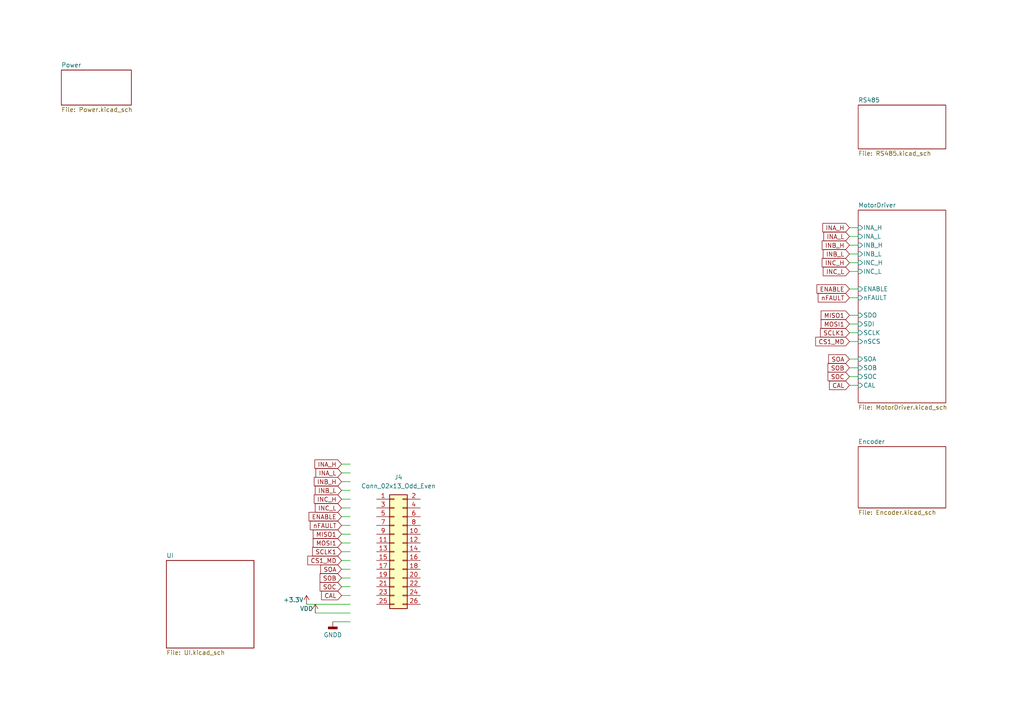
<source format=kicad_sch>
(kicad_sch (version 20230121) (generator eeschema)
  (paper "A4")
  (lib_symbols
    (symbol "Connector_Generic:Conn_02x13_Odd_Even" (pin_names (offset 1.016) hide)
      (property "Reference" "J" (at 1.27 17.78 0))
      (property "Value" "Conn_02x13_Odd_Even" (at 1.27 -17.78 0))
      (symbol "Conn_02x13_Odd_Even_1_1"
        (rectangle (start -1.27 -15.113) (end 0 -15.367) (stroke (width 0.1524)))
        (rectangle (start -1.27 -12.573) (end 0 -12.827) (stroke (width 0.1524)))
        (rectangle (start -1.27 -10.033) (end 0 -10.287) (stroke (width 0.1524)))
        (rectangle (start -1.27 -7.493) (end 0 -7.747) (stroke (width 0.1524)))
        (rectangle (start -1.27 -4.953) (end 0 -5.207) (stroke (width 0.1524)))
        (rectangle (start -1.27 -2.413) (end 0 -2.667) (stroke (width 0.1524)))
        (rectangle (start -1.27 0.127) (end 0 -0.127) (stroke (width 0.1524)))
        (rectangle (start -1.27 2.667) (end 0 2.413) (stroke (width 0.1524)))
        (rectangle (start -1.27 5.207) (end 0 4.953) (stroke (width 0.1524)))
        (rectangle (start -1.27 7.747) (end 0 7.493) (stroke (width 0.1524)))
        (rectangle (start -1.27 10.287) (end 0 10.033) (stroke (width 0.1524)))
        (rectangle (start -1.27 12.827) (end 0 12.573) (stroke (width 0.1524)))
        (rectangle (start -1.27 15.367) (end 0 15.113) (stroke (width 0.1524)))
        (rectangle (start -1.27 16.51) (end 3.81 -16.51) (stroke (width 0.254)) (fill (type background)))
        (rectangle (start 3.81 -15.113) (end 2.54 -15.367) (stroke (width 0.1524)))
        (rectangle (start 3.81 -12.573) (end 2.54 -12.827) (stroke (width 0.1524)))
        (rectangle (start 3.81 -10.033) (end 2.54 -10.287) (stroke (width 0.1524)))
        (rectangle (start 3.81 -7.493) (end 2.54 -7.747) (stroke (width 0.1524)))
        (rectangle (start 3.81 -4.953) (end 2.54 -5.207) (stroke (width 0.1524)))
        (rectangle (start 3.81 -2.413) (end 2.54 -2.667) (stroke (width 0.1524)))
        (rectangle (start 3.81 0.127) (end 2.54 -0.127) (stroke (width 0.1524)))
        (rectangle (start 3.81 2.667) (end 2.54 2.413) (stroke (width 0.1524)))
        (rectangle (start 3.81 5.207) (end 2.54 4.953) (stroke (width 0.1524)))
        (rectangle (start 3.81 7.747) (end 2.54 7.493) (stroke (width 0.1524)))
        (rectangle (start 3.81 10.287) (end 2.54 10.033) (stroke (width 0.1524)))
        (rectangle (start 3.81 12.827) (end 2.54 12.573) (stroke (width 0.1524)))
        (rectangle (start 3.81 15.367) (end 2.54 15.113) (stroke (width 0.1524)))
        (pin passive line (at -5.08 15.24 0) (length 3.81) (name "Pin_1") (number "1"))
        (pin passive line (at 7.62 5.08 180) (length 3.81) (name "Pin_10") (number "10"))
        (pin passive line (at -5.08 2.54 0) (length 3.81) (name "Pin_11") (number "11"))
        (pin passive line (at 7.62 2.54 180) (length 3.81) (name "Pin_12") (number "12"))
        (pin passive line (at -5.08 0 0) (length 3.81) (name "Pin_13") (number "13"))
        (pin passive line (at 7.62 0 180) (length 3.81) (name "Pin_14") (number "14"))
        (pin passive line (at -5.08 -2.54 0) (length 3.81) (name "Pin_15") (number "15"))
        (pin passive line (at 7.62 -2.54 180) (length 3.81) (name "Pin_16") (number "16"))
        (pin passive line (at -5.08 -5.08 0) (length 3.81) (name "Pin_17") (number "17"))
        (pin passive line (at 7.62 -5.08 180) (length 3.81) (name "Pin_18") (number "18"))
        (pin passive line (at -5.08 -7.62 0) (length 3.81) (name "Pin_19") (number "19"))
        (pin passive line (at 7.62 15.24 180) (length 3.81) (name "Pin_2") (number "2"))
        (pin passive line (at 7.62 -7.62 180) (length 3.81) (name "Pin_20") (number "20"))
        (pin passive line (at -5.08 -10.16 0) (length 3.81) (name "Pin_21") (number "21"))
        (pin passive line (at 7.62 -10.16 180) (length 3.81) (name "Pin_22") (number "22"))
        (pin passive line (at -5.08 -12.7 0) (length 3.81) (name "Pin_23") (number "23"))
        (pin passive line (at 7.62 -12.7 180) (length 3.81) (name "Pin_24") (number "24"))
        (pin passive line (at -5.08 -15.24 0) (length 3.81) (name "Pin_25") (number "25"))
        (pin passive line (at 7.62 -15.24 180) (length 3.81) (name "Pin_26") (number "26"))
        (pin passive line (at -5.08 12.7 0) (length 3.81) (name "Pin_3") (number "3"))
        (pin passive line (at 7.62 12.7 180) (length 3.81) (name "Pin_4") (number "4"))
        (pin passive line (at -5.08 10.16 0) (length 3.81) (name "Pin_5") (number "5"))
        (pin passive line (at 7.62 10.16 180) (length 3.81) (name "Pin_6") (number "6"))
        (pin passive line (at -5.08 7.62 0) (length 3.81) (name "Pin_7") (number "7"))
        (pin passive line (at 7.62 7.62 180) (length 3.81) (name "Pin_8") (number "8"))
        (pin passive line (at -5.08 5.08 0) (length 3.81) (name "Pin_9") (number "9"))
      )
    )
    (symbol "power:+3.3V" (power) (pin_names (offset 0))
      (property "Value" "+3.3V" (at 0 3.556 0))
      (symbol "+3.3V_0_1"
        (polyline (pts (xy -0.762 1.27) (xy 0 2.54)))
        (polyline (pts (xy 0 0) (xy 0 2.54)))
        (polyline (pts (xy 0 2.54) (xy 0.762 1.27)))
      )
      (symbol "+3.3V_1_1"
        (pin power_in line (at 0 0 90) (length 0) hide (name "+3.3V") (number "1"))
      )
    )
    (symbol "power:GNDD" (power) (pin_names (offset 0))
      (property "Value" "GNDD" (at 0 -3.175 0))
      (symbol "GNDD_0_1"
        (rectangle (start -1.27 -1.524) (end 1.27 -2.032) (stroke (width 0.254)) (fill (type outline)))
        (polyline (pts (xy 0 0) (xy 0 -1.524)))
      )
      (symbol "GNDD_1_1"
        (pin power_in line (at 0 0 270) (length 0) hide (name "GNDD") (number "1"))
      )
    )
    (symbol "power:VDD" (power) (pin_names (offset 0))
      (property "Value" "VDD" (at 0 3.81 0))
      (symbol "VDD_0_1"
        (polyline (pts (xy -0.762 1.27) (xy 0 2.54)))
        (polyline (pts (xy 0 0) (xy 0 2.54)))
        (polyline (pts (xy 0 2.54) (xy 0.762 1.27)))
      )
      (symbol "VDD_1_1"
        (pin power_in line (at 0 0 90) (length 0) hide (name "VDD") (number "1"))
      )
    )
  )
  (wire (pts (xy 99.06 134.62) (xy 101.6 134.62)))
  (wire (pts (xy 246.38 66.04) (xy 248.92 66.04)))
  (wire (pts (xy 246.38 76.2) (xy 248.92 76.2)))
  (wire (pts (xy 96.52 180.34) (xy 101.6 180.34)))
  (wire (pts (xy 99.06 165.1) (xy 101.6 165.1)))
  (wire (pts (xy 246.38 91.44) (xy 248.92 91.44)))
  (wire (pts (xy 99.06 137.16) (xy 101.6 137.16)))
  (wire (pts (xy 246.38 99.06) (xy 248.92 99.06)))
  (wire (pts (xy 99.06 162.56) (xy 101.6 162.56)))
  (wire (pts (xy 99.06 160.02) (xy 101.6 160.02)))
  (wire (pts (xy 246.38 111.76) (xy 248.92 111.76)))
  (wire (pts (xy 99.06 167.64) (xy 101.6 167.64)))
  (wire (pts (xy 246.38 73.66) (xy 248.92 73.66)))
  (wire (pts (xy 246.38 106.68) (xy 248.92 106.68)))
  (wire (pts (xy 246.38 78.74) (xy 248.92 78.74)))
  (wire (pts (xy 246.38 83.82) (xy 248.92 83.82)))
  (wire (pts (xy 99.06 142.24) (xy 101.6 142.24)))
  (wire (pts (xy 99.06 152.4) (xy 101.6 152.4)))
  (wire (pts (xy 91.44 177.8) (xy 101.6 177.8)))
  (wire (pts (xy 246.38 68.58) (xy 248.92 68.58)))
  (wire (pts (xy 99.06 144.78) (xy 101.6 144.78)))
  (wire (pts (xy 99.06 172.72) (xy 101.6 172.72)))
  (wire (pts (xy 99.06 139.7) (xy 101.6 139.7)))
  (wire (pts (xy 99.06 147.32) (xy 101.6 147.32)))
  (wire (pts (xy 99.06 154.94) (xy 101.6 154.94)))
  (wire (pts (xy 99.06 170.18) (xy 101.6 170.18)))
  (wire (pts (xy 246.38 96.52) (xy 248.92 96.52)))
  (wire (pts (xy 246.38 109.22) (xy 248.92 109.22)))
  (wire (pts (xy 88.9 175.26) (xy 101.6 175.26)))
  (wire (pts (xy 246.38 104.14) (xy 248.92 104.14)))
  (wire (pts (xy 246.38 93.98) (xy 248.92 93.98)))
  (wire (pts (xy 99.06 157.48) (xy 101.6 157.48)))
  (wire (pts (xy 246.38 71.12) (xy 248.92 71.12)))
  (wire (pts (xy 246.38 86.36) (xy 248.92 86.36)))
  (wire (pts (xy 99.06 149.86) (xy 101.6 149.86)))
  (global_label "SOC" (shape input) (at 99.06 170.18 180) (property "Intersheetrefs" "${INTERSHEET_REFS}" (effects hide)))
  (global_label "nFAULT" (shape input) (at 246.38 86.36 180) (property "Intersheetrefs" "${INTERSHEET_REFS}" (effects hide)))
  (global_label "INA_L" (shape input) (at 246.38 68.58 180) (property "Intersheetrefs" "${INTERSHEET_REFS}" (effects hide)))
  (global_label "INB_H" (shape input) (at 246.38 71.12 180) (property "Intersheetrefs" "${INTERSHEET_REFS}" (effects hide)))
  (global_label "SCLK1" (shape input) (at 99.06 160.02 180) (property "Intersheetrefs" "${INTERSHEET_REFS}" (effects hide)))
  (global_label "SOB" (shape input) (at 246.38 106.68 180) (property "Intersheetrefs" "${INTERSHEET_REFS}" (effects hide)))
  (global_label "CS1_MD" (shape input) (at 246.38 99.06 180) (property "Intersheetrefs" "${INTERSHEET_REFS}" (effects hide)))
  (global_label "SOA" (shape input) (at 99.06 165.1 180) (property "Intersheetrefs" "${INTERSHEET_REFS}" (effects hide)))
  (global_label "MOSI1" (shape input) (at 246.38 93.98 180) (property "Intersheetrefs" "${INTERSHEET_REFS}" (effects hide)))
  (global_label "MOSI1" (shape input) (at 99.06 157.48 180) (property "Intersheetrefs" "${INTERSHEET_REFS}" (effects hide)))
  (global_label "CS1_MD" (shape input) (at 99.06 162.56 180) (property "Intersheetrefs" "${INTERSHEET_REFS}" (effects hide)))
  (global_label "SCLK1" (shape input) (at 246.38 96.52 180) (property "Intersheetrefs" "${INTERSHEET_REFS}" (effects hide)))
  (global_label "INC_L" (shape input) (at 246.38 78.74 180) (property "Intersheetrefs" "${INTERSHEET_REFS}" (effects hide)))
  (global_label "INA_H" (shape input) (at 99.06 134.62 180) (property "Intersheetrefs" "${INTERSHEET_REFS}" (effects hide)))
  (global_label "MISO1" (shape input) (at 246.38 91.44 180) (property "Intersheetrefs" "${INTERSHEET_REFS}" (effects hide)))
  (global_label "INA_H" (shape input) (at 246.38 66.04 180) (property "Intersheetrefs" "${INTERSHEET_REFS}" (effects hide)))
  (global_label "nFAULT" (shape input) (at 99.06 152.4 180) (property "Intersheetrefs" "${INTERSHEET_REFS}" (effects hide)))
  (global_label "INB_L" (shape input) (at 246.38 73.66 180) (property "Intersheetrefs" "${INTERSHEET_REFS}" (effects hide)))
  (global_label "INB_L" (shape input) (at 99.06 142.24 180) (property "Intersheetrefs" "${INTERSHEET_REFS}" (effects hide)))
  (global_label "INC_L" (shape input) (at 99.06 147.32 180) (property "Intersheetrefs" "${INTERSHEET_REFS}" (effects hide)))
  (global_label "CAL" (shape input) (at 99.06 172.72 180) (property "Intersheetrefs" "${INTERSHEET_REFS}" (effects hide)))
  (global_label "INA_L" (shape input) (at 99.06 137.16 180) (property "Intersheetrefs" "${INTERSHEET_REFS}" (effects hide)))
  (global_label "CAL" (shape input) (at 246.38 111.76 180) (property "Intersheetrefs" "${INTERSHEET_REFS}" (effects hide)))
  (global_label "INC_H" (shape input) (at 99.06 144.78 180) (property "Intersheetrefs" "${INTERSHEET_REFS}" (effects hide)))
  (global_label "ENABLE" (shape input) (at 99.06 149.86 180) (property "Intersheetrefs" "${INTERSHEET_REFS}" (effects hide)))
  (global_label "SOB" (shape input) (at 99.06 167.64 180) (property "Intersheetrefs" "${INTERSHEET_REFS}" (effects hide)))
  (global_label "INB_H" (shape input) (at 99.06 139.7 180) (property "Intersheetrefs" "${INTERSHEET_REFS}" (effects hide)))
  (global_label "INC_H" (shape input) (at 246.38 76.2 180) (property "Intersheetrefs" "${INTERSHEET_REFS}" (effects hide)))
  (global_label "SOA" (shape input) (at 246.38 104.14 180) (property "Intersheetrefs" "${INTERSHEET_REFS}" (effects hide)))
  (global_label "ENABLE" (shape input) (at 246.38 83.82 180) (property "Intersheetrefs" "${INTERSHEET_REFS}" (effects hide)))
  (global_label "MISO1" (shape input) (at 99.06 154.94 180) (property "Intersheetrefs" "${INTERSHEET_REFS}" (effects hide)))
  (global_label "SOC" (shape input) (at 246.38 109.22 180) (property "Intersheetrefs" "${INTERSHEET_REFS}" (effects hide)))
  (symbol (lib_id "Connector_Generic:Conn_02x13_Odd_Even") (at 114.3 160.02 0) (unit 1)
    (property "Reference" "J4" (at 115.57 138.43 0))
    (property "Value" "Conn_02x13_Odd_Even" (at 115.57 140.97 0))
    (property "Footprint" "Connector_PinSocket_1.27mm:PinSocket_2x13_P1.27mm_Vertical" (effects hide))
  )
  (symbol (lib_id "power:+3.3V") (at 88.9 175.26 0) (unit 1)
    (property "Reference" "#PWR04" (effects hide))
    (property "Value" "+3.3V" (at 85.09 173.99 0))
  )
  (symbol (lib_id "power:VDD") (at 91.44 177.8 0) (unit 1)
    (property "Reference" "#PWR05" (effects hide))
    (property "Value" "VDD" (at 88.9 176.53 0))
  )
  (symbol (lib_id "power:GNDD") (at 96.52 180.34 0) (unit 1)
    (property "Reference" "#PWR06" (effects hide))
    (property "Value" "GNDD" (at 96.52 184.15 0))
  )
  (sheet (at 17.78 20.32) (size 20.32 10.16) (stroke (width 0.1524))
    (property "Sheetname" "Power" (at 17.78 19.6084 0) (effects (justify left bottom)))
    (property "Sheetfile" "Power.kicad_sch" (at 17.78 31.0646 0) (effects (justify left top)))
  )
  (sheet (at 248.92 60.96) (size 25.4 55.88) (stroke (width 0.1524))
    (property "Sheetname" "MotorDriver" (at 248.92 60.2484 0) (effects (justify left bottom)))
    (property "Sheetfile" "MotorDriver.kicad_sch" (at 248.92 117.4246 0) (effects (justify left top)))
    (pin "INB_H" input (at 248.92 71.12 180))
    (pin "INA_H" input (at 248.92 66.04 180))
    (pin "INA_L" input (at 248.92 68.58 180))
    (pin "INB_L" input (at 248.92 73.66 180))
    (pin "INC_L" input (at 248.92 78.74 180))
    (pin "INC_H" input (at 248.92 76.2 180))
    (pin "SDI" input (at 248.92 93.98 180))
    (pin "nSCS" input (at 248.92 99.06 180))
    (pin "SCLK" input (at 248.92 96.52 180))
    (pin "SDO" input (at 248.92 91.44 180))
    (pin "ENABLE" input (at 248.92 83.82 180))
    (pin "nFAULT" input (at 248.92 86.36 180))
    (pin "CAL" input (at 248.92 111.76 180))
    (pin "SOB" input (at 248.92 106.68 180))
    (pin "SOA" input (at 248.92 104.14 180))
    (pin "SOC" input (at 248.92 109.22 180))
  )
  (sheet (at 48.26 162.56) (size 25.4 25.4) (stroke (width 0.1524))
    (property "Sheetname" "UI" (at 48.26 161.8484 0) (effects (justify left bottom)))
    (property "Sheetfile" "UI.kicad_sch" (at 48.26 188.5446 0) (effects (justify left top)))
  )
  (sheet (at 248.92 129.54) (size 25.4 17.78) (stroke (width 0.1524))
    (property "Sheetname" "Encoder" (at 248.92 128.8284 0) (effects (justify left bottom)))
    (property "Sheetfile" "Encoder.kicad_sch" (at 248.92 147.9046 0) (effects (justify left top)))
  )
  (sheet (at 248.92 30.48) (size 25.4 12.7) (stroke (width 0.1524))
    (property "Sheetname" "RS485" (at 248.92 29.7684 0) (effects (justify left bottom)))
    (property "Sheetfile" "RS485.kicad_sch" (at 248.92 43.7646 0) (effects (justify left top)))
  )
)
</source>
